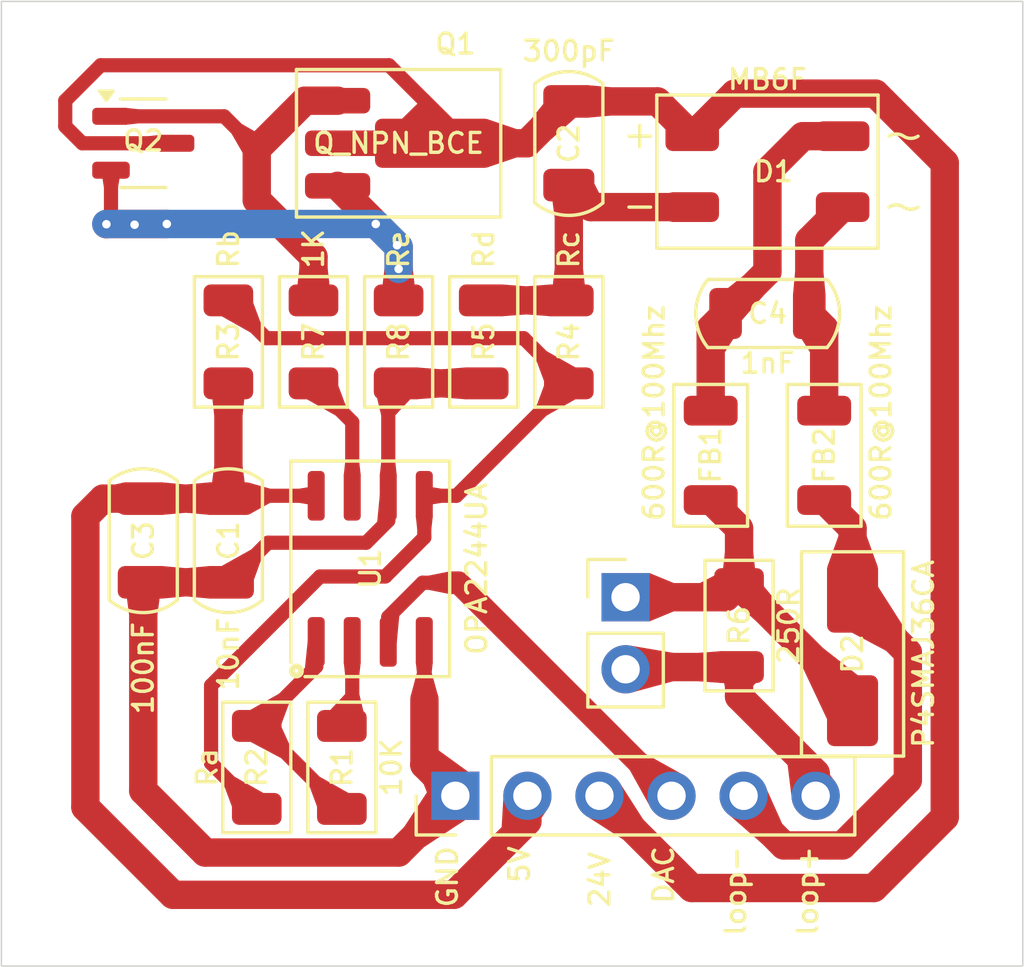
<source format=kicad_pcb>
(kicad_pcb (version 20241229) (generator "pcbnew") (generator_version "9.0")
  (layers (0 "F.Cu" signal) (2 "B.Cu" signal) (13 "F.Paste" user) (15 "B.Paste" user) (5 "F.SilkS" user "F.Silkscreen") (7 "B.SilkS" user "B.Silkscreen") (1 "F.Mask" user) (3 "B.Mask" user) (25 "Edge.Cuts" user))
  (net 0 "")
  (net 1 "+5V")
  (net 2 "GND")
  (net 3 "/loop-")
  (net 4 "/loop+")
  (net 5 "Net-(D1-1)")
  (net 6 "Net-(D1-2)")
  (net 7 "/FLOAT")
  (net 8 "Net-(D2-A)")
  (net 9 "/E")
  (net 10 "Net-(R1-Pad2)")
  (net 11 "Net-(U1A--)")
  (net 12 "Net-(R7-Pad2)")
  (net 13 "Net-(U1B-+)")
  (net 14 "DAC_OUT")
  (net 15 "/B")
  (net 16 "/C")
  (footprint "PCM_Capacitor_SMD_AKL:C_1206_3216Metric" (layer "F.Cu") (at 161 88 -90)
    (property "Reference" "C1" (at 0.007668 0 90) (layer "F.SilkS") (effects (font (size 0.7 0.7) (thickness 0.12))))
    (property "Value" "10nF" (at 4 0 90) (layer "F.SilkS") (effects (font (size 0.7 0.7) (thickness 0.12))))
    (fp_line (start -2.1 1.2) (end 2.1 1.2) (stroke (width 0.12)) (layer "F.SilkS"))
    (fp_line (start 2.1 -1.2) (end -2.1 -1.2) (stroke (width 0.12)) (layer "F.SilkS"))
    (fp_arc (start -2.1 1.2) (mid -2.526625 0) (end -2.1 -1.2) (stroke (width 0.12)) (layer "F.SilkS"))
    (fp_arc (start 2.1 -1.2) (mid 2.541962 0) (end 2.1 1.2) (stroke (width 0.12)) (layer "F.SilkS"))
    (pad "1" smd roundrect (at -1.475 0 270) (size 1.15 1.8) (layers "F.Cu" "F.Mask" "F.Paste") (roundrect_rratio 0.217391) (net 1 "+5V"))
    (pad "2" smd roundrect (at 1.475 0 270) (size 1.15 1.8) (layers "F.Cu" "F.Mask" "F.Paste") (roundrect_rratio 0.217391) (net 2 "GND"))
  )
  (footprint "PCM_Resistor_SMD_AKL:R_1206_3216Metric" (layer "F.Cu") (at 179 91 90)
    (property "Reference" "R6" (at 0 0 90) (layer "F.SilkS") (effects (font (size 0.7 0.7) (thickness 0.12))))
    (property "Value" "250R" (at 0 1.75 90) (layer "F.SilkS") (effects (font (size 0.7 0.7) (thickness 0.12))))
    (fp_line (start 2.3 -1.2) (end -2.3 -1.2) (stroke (width 0.12)) (layer "F.SilkS"))
    (fp_line (start -2.3 -1.2) (end -2.3 1.2) (stroke (width 0.12)) (layer "F.SilkS"))
    (fp_line (start 2.3 1.2) (end 2.3 -1.2) (stroke (width 0.12)) (layer "F.SilkS"))
    (fp_line (start -2.3 1.2) (end 2.3 1.2) (stroke (width 0.12)) (layer "F.SilkS"))
    (pad "1" smd roundrect (at -1.4625 0 90) (size 1.125 1.75) (layers "F.Cu" "F.Mask" "F.Paste") (roundrect_rratio 0.222222) (net 4 "/loop+"))
    (pad "2" smd roundrect (at 1.4625 0 90) (size 1.125 1.75) (layers "F.Cu" "F.Mask" "F.Paste") (roundrect_rratio 0.222222) (net 8 "Net-(D2-A)"))
  )
  (footprint "PCM_Inductor_SMD_AKL:L_1206_3216Metric" (layer "F.Cu") (at 178 85 -90)
    (property "Reference" "FB1" (at 0 0 90) (layer "F.SilkS") (effects (font (size 0.7 0.7) (thickness 0.12))))
    (property "Value" "600R@100Mhz" (at -1.5 2 90) (layer "F.SilkS") (effects (font (size 0.7 0.7) (thickness 0.12))))
    (fp_line (start -2.5 1.3) (end 2.5 1.3) (stroke (width 0.12)) (layer "F.SilkS"))
    (fp_line (start 2.5 1.3) (end 2.5 -1.3) (stroke (width 0.12)) (layer "F.SilkS"))
    (fp_line (start -2.5 -1.3) (end -2.5 1.3) (stroke (width 0.12)) (layer "F.SilkS"))
    (fp_line (start 2.5 -1.3) (end -2.5 -1.3) (stroke (width 0.12)) (layer "F.SilkS"))
    (pad "1" smd roundrect (at -1.575 0 270) (size 1.05 1.9) (layers "F.Cu" "F.Mask" "F.Paste") (roundrect_rratio 0.238095) (net 6 "Net-(D1-2)"))
    (pad "2" smd roundrect (at 1.575 0 270) (size 1.05 1.9) (layers "F.Cu" "F.Mask" "F.Paste") (roundrect_rratio 0.238095) (net 8 "Net-(D2-A)"))
  )
  (footprint "PCM_Resistor_SMD_AKL:R_1206_3216Metric" (layer "F.Cu") (at 173 81 -90)
    (property "Reference" "R4" (at 0 0 90) (layer "F.SilkS") (effects (font (size 0.7 0.7) (thickness 0.12))))
    (property "Value" "Rc" (at -3.25 0 90) (layer "F.SilkS") (effects (font (size 0.7 0.7) (thickness 0.12))))
    (fp_line (start -2.3 1.2) (end 2.3 1.2) (stroke (width 0.12)) (layer "F.SilkS"))
    (fp_line (start 2.3 1.2) (end 2.3 -1.2) (stroke (width 0.12)) (layer "F.SilkS"))
    (fp_line (start -2.3 -1.2) (end -2.3 1.2) (stroke (width 0.12)) (layer "F.SilkS"))
    (fp_line (start 2.3 -1.2) (end -2.3 -1.2) (stroke (width 0.12)) (layer "F.SilkS"))
    (pad "1" smd roundrect (at -1.4625 0 270) (size 1.125 1.75) (layers "F.Cu" "F.Mask" "F.Paste") (roundrect_rratio 0.222222) (net 7 "/FLOAT"))
    (pad "2" smd roundrect (at 1.4625 0 270) (size 1.125 1.75) (layers "F.Cu" "F.Mask" "F.Paste") (roundrect_rratio 0.222222) (net 13 "Net-(U1B-+)"))
  )
  (footprint "PCM_Capacitor_SMD_AKL:C_1206_3216Metric" (layer "F.Cu") (at 180 80)
    (property "Reference" "C4" (at 0.007668 0 0) (layer "F.SilkS") (effects (font (size 0.7 0.7) (thickness 0.12))))
    (property "Value" "1nF" (at 0 1.75 0) (layer "F.SilkS") (effects (font (size 0.7 0.7) (thickness 0.12))))
    (fp_line (start -2.1 1.2) (end 2.1 1.2) (stroke (width 0.12)) (layer "F.SilkS"))
    (fp_line (start 2.1 -1.2) (end -2.1 -1.2) (stroke (width 0.12)) (layer "F.SilkS"))
    (fp_arc (start -2.1 1.2) (mid -2.526625 0) (end -2.1 -1.2) (stroke (width 0.12)) (layer "F.SilkS"))
    (fp_arc (start 2.1 -1.2) (mid 2.541962 0) (end 2.1 1.2) (stroke (width 0.12)) (layer "F.SilkS"))
    (pad "1" smd roundrect (at -1.475 0) (size 1.15 1.8) (layers "F.Cu" "F.Mask" "F.Paste") (roundrect_rratio 0.217391) (net 6 "Net-(D1-2)"))
    (pad "2" smd roundrect (at 1.475 0) (size 1.15 1.8) (layers "F.Cu" "F.Mask" "F.Paste") (roundrect_rratio 0.217391) (net 5 "Net-(D1-1)"))
  )
  (footprint "PCM_Resistor_SMD_AKL:R_1206_3216Metric" (layer "F.Cu") (at 167 81 90)
    (property "Reference" "R8" (at 0 0 90) (layer "F.SilkS") (effects (font (size 0.7 0.7) (thickness 0.12))))
    (property "Value" "Re" (at 3.25 0 90) (layer "F.SilkS") (effects (font (size 0.7 0.7) (thickness 0.12))))
    (fp_line (start 2.3 -1.2) (end -2.3 -1.2) (stroke (width 0.12)) (layer "F.SilkS"))
    (fp_line (start -2.3 -1.2) (end -2.3 1.2) (stroke (width 0.12)) (layer "F.SilkS"))
    (fp_line (start 2.3 1.2) (end 2.3 -1.2) (stroke (width 0.12)) (layer "F.SilkS"))
    (fp_line (start -2.3 1.2) (end 2.3 1.2) (stroke (width 0.12)) (layer "F.SilkS"))
    (pad "1" smd roundrect (at -1.4625 0 90) (size 1.125 1.75) (layers "F.Cu" "F.Mask" "F.Paste") (roundrect_rratio 0.222222) (net 2 "GND"))
    (pad "2" smd roundrect (at 1.4625 0 90) (size 1.125 1.75) (layers "F.Cu" "F.Mask" "F.Paste") (roundrect_rratio 0.222222) (net 9 "/E"))
  )
  (footprint "PCM_Inductor_SMD_AKL:L_1206_3216Metric" (layer "F.Cu") (at 182 85 -90)
    (property "Reference" "FB2" (at 0 0 90) (layer "F.SilkS") (effects (font (size 0.7 0.7) (thickness 0.12))))
    (property "Value" "600R@100Mhz" (at -1.5 -2 90) (layer "F.SilkS") (effects (font (size 0.7 0.7) (thickness 0.12))))
    (fp_line (start -2.5 1.3) (end 2.5 1.3) (stroke (width 0.12)) (layer "F.SilkS"))
    (fp_line (start 2.5 1.3) (end 2.5 -1.3) (stroke (width 0.12)) (layer "F.SilkS"))
    (fp_line (start -2.5 -1.3) (end -2.5 1.3) (stroke (width 0.12)) (layer "F.SilkS"))
    (fp_line (start 2.5 -1.3) (end -2.5 -1.3) (stroke (width 0.12)) (layer "F.SilkS"))
    (pad "1" smd roundrect (at -1.575 0 270) (size 1.05 1.9) (layers "F.Cu" "F.Mask" "F.Paste") (roundrect_rratio 0.238095) (net 5 "Net-(D1-1)"))
    (pad "2" smd roundrect (at 1.575 0 270) (size 1.05 1.9) (layers "F.Cu" "F.Mask" "F.Paste") (roundrect_rratio 0.238095) (net 3 "/loop-"))
  )
  (footprint "PCM_Capacitor_SMD_AKL:C_1206_3216Metric" (layer "F.Cu") (at 158 88 -90)
    (property "Reference" "C3" (at 0.007668 0 90) (layer "F.SilkS") (effects (font (size 0.7 0.7) (thickness 0.12))))
    (property "Value" "100nF" (at 4.5 0 90) (layer "F.SilkS") (effects (font (size 0.7 0.7) (thickness 0.12))))
    (fp_line (start -2.1 1.2) (end 2.1 1.2) (stroke (width 0.12)) (layer "F.SilkS"))
    (fp_line (start 2.1 -1.2) (end -2.1 -1.2) (stroke (width 0.12)) (layer "F.SilkS"))
    (fp_arc (start -2.1 1.2) (mid -2.526625 0) (end -2.1 -1.2) (stroke (width 0.12)) (layer "F.SilkS"))
    (fp_arc (start 2.1 -1.2) (mid 2.541962 0) (end 2.1 1.2) (stroke (width 0.12)) (layer "F.SilkS"))
    (pad "1" smd roundrect (at -1.475 0 270) (size 1.15 1.8) (layers "F.Cu" "F.Mask" "F.Paste") (roundrect_rratio 0.217391) (net 1 "+5V"))
    (pad "2" smd roundrect (at 1.475 0 270) (size 1.15 1.8) (layers "F.Cu" "F.Mask" "F.Paste") (roundrect_rratio 0.217391) (net 2 "GND"))
  )
  (footprint "PCM_Diode_SMD_AKL:Diode_Bridge_MBF" (layer "F.Cu") (at 180 75)
    (property "Reference" "D1" (at 0.2135 0 0) (layer "F.SilkS") (effects (font (size 0.7 0.7) (thickness 0.12))))
    (property "Value" "MB6F" (at 0 -3.25 0) (layer "F.SilkS") (effects (font (size 0.7 0.7) (thickness 0.12))))
    (fp_line (start -4.881 -1.25) (end -4.119 -1.25) (stroke (width 0.12)) (layer "F.SilkS"))
    (fp_line (start -4.881 1.25) (end -4.119 1.25) (stroke (width 0.12)) (layer "F.SilkS"))
    (fp_line (start -4.5 -1.631) (end -4.5 -0.869) (stroke (width 0.12)) (layer "F.SilkS"))
    (fp_line (start -3.9 -2.7) (end -3.9 2.7) (stroke (width 0.12)) (layer "F.SilkS"))
    (fp_line (start -3.9 2.7) (end 3.9 2.7) (stroke (width 0.12)) (layer "F.SilkS"))
    (fp_line (start 3.9 -2.7) (end -3.9 -2.7) (stroke (width 0.12)) (layer "F.SilkS"))
    (fp_line (start 3.9 2.7) (end 3.9 -2.7) (stroke (width 0.12)) (layer "F.SilkS"))
    (fp_arc (start 4.291999 1.250001) (mid 4.545998 1.173096) (end 4.799997 1.250001) (stroke (width 0.12)) (layer "F.SilkS"))
    (fp_arc (start 4.292002 -1.25) (mid 4.546001 -1.326905) (end 4.8 -1.25) (stroke (width 0.12)) (layer "F.SilkS"))
    (fp_arc (start 5.307998 1.25) (mid 5.053999 1.326905) (end 4.8 1.25) (stroke (width 0.12)) (layer "F.SilkS"))
    (fp_arc (start 5.308001 -1.250001) (mid 5.054002 -1.173096) (end 4.800003 -1.250001) (stroke (width 0.12)) (layer "F.SilkS"))
    (pad "1" smd roundrect (at -2.65 -1.25) (size 1.8875 1.05) (layers "F.Cu" "F.Mask" "F.Paste") (roundrect_rratio 0.2380952381) (net 16 "/C"))
    (pad "2" smd roundrect (at -2.65 1.25) (size 1.8875 1.05) (layers "F.Cu" "F.Mask" "F.Paste") (roundrect_rratio 0.2380952381) (net 7 "/FLOAT"))
    (pad "3" smd roundrect (at 2.65 1.25) (size 1.8875 1.05) (layers "F.Cu" "F.Mask" "F.Paste") (roundrect_rratio 0.2380952381) (net 5 "Net-(D1-1)"))
    (pad "4" smd roundrect (at 2.65 -1.25) (size 1.8875 1.05) (layers "F.Cu" "F.Mask" "F.Paste") (roundrect_rratio 0.2380952381) (net 6 "Net-(D1-2)"))
  )
  (footprint "PCM_Package_SO_AKL:SO-8_3.9x4.9mm_P1.27mm" (layer "F.Cu") (at 166 89 90)
    (property "Reference" "U1" (at 0 0 90) (layer "F.SilkS") (effects (font (size 0.7 0.7) (thickness 0.12))))
    (property "Value" "OPA2244UA" (at 0 3.75 90) (layer "F.SilkS") (effects (font (size 0.7 0.7) (thickness 0.12))))
    (fp_line (start 3.8 -2.8) (end -3.3 -2.8) (stroke (width 0.12)) (layer "F.SilkS"))
    (fp_line (start -3.8 -2.3) (end -3.8 2.8) (stroke (width 0.12)) (layer "F.SilkS"))
    (fp_line (start 3.8 2.8) (end 3.8 -2.8) (stroke (width 0.12)) (layer "F.SilkS"))
    (fp_line (start -3.8 2.8) (end 3.8 2.8) (stroke (width 0.12)) (layer "F.SilkS"))
    (fp_circle (center -3.6 -2.6) (end -3.5365 -2.6) (stroke (width 0.2)) (fill no) (layer "F.SilkS"))
    (pad "1" smd roundrect (at -2.575 -1.905 90) (size 1.75 0.6) (layers "F.Cu" "F.Mask" "F.Paste") (net 10 "Net-(R1-Pad2)"))
    (pad "2" smd roundrect (at -2.575 -0.635 90) (size 1.75 0.6) (layers "F.Cu" "F.Mask" "F.Paste") (net 11 "Net-(U1A--)"))
    (pad "3" smd roundrect (at -2.575 0.635 90) (size 1.75 0.6) (layers "F.Cu" "F.Mask" "F.Paste") (net 14 "DAC_OUT"))
    (pad "4" smd roundrect (at -2.575 1.905 90) (size 1.75 0.6) (layers "F.Cu" "F.Mask" "F.Paste") (net 2 "GND"))
    (pad "5" smd roundrect (at 2.575 1.905 90) (size 1.75 0.6) (layers "F.Cu" "F.Mask" "F.Paste") (net 13 "Net-(U1B-+)"))
    (pad "6" smd roundrect (at 2.575 0.635 90) (size 1.75 0.6) (layers "F.Cu" "F.Mask" "F.Paste") (net 2 "GND"))
    (pad "7" smd roundrect (at 2.575 -0.635 90) (size 1.75 0.6) (layers "F.Cu" "F.Mask" "F.Paste") (net 12 "Net-(R7-Pad2)"))
    (pad "8" smd roundrect (at 2.575 -1.905 90) (size 1.75 0.6) (layers "F.Cu" "F.Mask" "F.Paste") (net 1 "+5V"))
  )
  (footprint "Connector_PinHeader_2.54mm:PinHeader_1x02_P2.54mm_Vertical" (layer "F.Cu") (at 175 90)
    (property "Reference" "J1" (hide yes))
    (property "Value" "Conn_01x02" (hide yes))
    (fp_line (start -1.33 -1.33) (end 0 -1.33) (stroke (width 0.12)) (layer "F.SilkS"))
    (fp_line (start -1.33 0) (end -1.33 -1.33) (stroke (width 0.12)) (layer "F.SilkS"))
    (fp_line (start -1.33 1.27) (end -1.33 3.87) (stroke (width 0.12)) (layer "F.SilkS"))
    (fp_line (start -1.33 1.27) (end 1.33 1.27) (stroke (width 0.12)) (layer "F.SilkS"))
    (fp_line (start -1.33 3.87) (end 1.33 3.87) (stroke (width 0.12)) (layer "F.SilkS"))
    (fp_line (start 1.33 1.27) (end 1.33 3.87) (stroke (width 0.12)) (layer "F.SilkS"))
    (pad "1" thru_hole rect (at 0 0) (size 1.7 1.7) (drill 1) (layers "*.Cu" "*.Mask") (net 8 "Net-(D2-A)"))
    (pad "2" thru_hole oval (at 0 2.54) (size 1.7 1.7) (drill 1) (layers "*.Cu" "*.Mask") (net 4 "/loop+"))
  )
  (footprint "PCM_Diode_SMD_AKL:D_SMA_TVS" (layer "F.Cu") (at 183 92 -90)
    (property "Reference" "D2" (at 0 0 90) (layer "F.SilkS") (effects (font (size 0.7 0.7) (thickness 0.12))))
    (property "Value" "P4SMAJ36CA" (at 0 -2.5 90) (layer "F.SilkS") (effects (font (size 0.7 0.7) (thickness 0.12))))
    (fp_line (start -3.6 1.8) (end 3.6 1.8) (stroke (width 0.12)) (layer "F.SilkS"))
    (fp_line (start 3.6 1.8) (end 3.6 -1.8) (stroke (width 0.12)) (layer "F.SilkS"))
    (fp_line (start -3.6 -1.8) (end -3.6 1.8) (stroke (width 0.12)) (layer "F.SilkS"))
    (fp_line (start 3.6 -1.8) (end -3.6 -1.8) (stroke (width 0.12)) (layer "F.SilkS"))
    (pad "1" smd roundrect (at -2 0 270) (size 2.5 1.8) (layers "F.Cu" "F.Mask" "F.Paste") (roundrect_rratio 0.1388888889) (net 3 "/loop-"))
    (pad "2" smd roundrect (at 2 0 270) (size 2.5 1.8) (layers "F.Cu" "F.Mask" "F.Paste") (roundrect_rratio 0.1388888889) (net 8 "Net-(D2-A)"))
  )
  (footprint "PCM_Resistor_SMD_AKL:R_1206_3216Metric" (layer "F.Cu") (at 162 96 -90)
    (property "Reference" "R2" (at 0 0 90) (layer "F.SilkS") (effects (font (size 0.7 0.7) (thickness 0.12))))
    (property "Value" "Ra" (at 0 1.75 90) (layer "F.SilkS") (effects (font (size 0.7 0.7) (thickness 0.12))))
    (fp_line (start -2.3 1.2) (end 2.3 1.2) (stroke (width 0.12)) (layer "F.SilkS"))
    (fp_line (start 2.3 1.2) (end 2.3 -1.2) (stroke (width 0.12)) (layer "F.SilkS"))
    (fp_line (start -2.3 -1.2) (end -2.3 1.2) (stroke (width 0.12)) (layer "F.SilkS"))
    (fp_line (start 2.3 -1.2) (end -2.3 -1.2) (stroke (width 0.12)) (layer "F.SilkS"))
    (pad "1" smd roundrect (at -1.4625 0 270) (size 1.125 1.75) (layers "F.Cu" "F.Mask" "F.Paste") (roundrect_rratio 0.222222) (net 10 "Net-(R1-Pad2)"))
    (pad "2" smd roundrect (at 1.4625 0 270) (size 1.125 1.75) (layers "F.Cu" "F.Mask" "F.Paste") (roundrect_rratio 0.222222) (net 13 "Net-(U1B-+)"))
  )
  (footprint "PCM_Resistor_SMD_AKL:R_1206_3216Metric" (layer "F.Cu") (at 165 96 -90)
    (property "Reference" "R1" (at 0 0 90) (layer "F.SilkS") (effects (font (size 0.7 0.7) (thickness 0.12))))
    (property "Value" "10K" (at 0 -1.75 90) (layer "F.SilkS") (effects (font (size 0.7 0.7) (thickness 0.12))))
    (fp_line (start -2.3 1.2) (end 2.3 1.2) (stroke (width 0.12)) (layer "F.SilkS"))
    (fp_line (start 2.3 1.2) (end 2.3 -1.2) (stroke (width 0.12)) (layer "F.SilkS"))
    (fp_line (start -2.3 -1.2) (end -2.3 1.2) (stroke (width 0.12)) (layer "F.SilkS"))
    (fp_line (start 2.3 -1.2) (end -2.3 -1.2) (stroke (width 0.12)) (layer "F.SilkS"))
    (pad "1" smd roundrect (at -1.4625 0 270) (size 1.125 1.75) (layers "F.Cu" "F.Mask" "F.Paste") (roundrect_rratio 0.222222) (net 11 "Net-(U1A--)"))
    (pad "2" smd roundrect (at 1.4625 0 270) (size 1.125 1.75) (layers "F.Cu" "F.Mask" "F.Paste") (roundrect_rratio 0.222222) (net 10 "Net-(R1-Pad2)"))
  )
  (footprint "PCM_Resistor_SMD_AKL:R_1206_3216Metric" (layer "F.Cu") (at 164 81 -90)
    (property "Reference" "R7" (at 0 0 90) (layer "F.SilkS") (effects (font (size 0.7 0.7) (thickness 0.12))))
    (property "Value" "1K" (at -3.283333 0 90) (layer "F.SilkS") (effects (font (size 0.7 0.7) (thickness 0.12))))
    (fp_line (start -2.3 1.2) (end 2.3 1.2) (stroke (width 0.12)) (layer "F.SilkS"))
    (fp_line (start 2.3 1.2) (end 2.3 -1.2) (stroke (width 0.12)) (layer "F.SilkS"))
    (fp_line (start -2.3 -1.2) (end -2.3 1.2) (stroke (width 0.12)) (layer "F.SilkS"))
    (fp_line (start 2.3 -1.2) (end -2.3 -1.2) (stroke (width 0.12)) (layer "F.SilkS"))
    (pad "1" smd roundrect (at -1.4625 0 270) (size 1.125 1.75) (layers "F.Cu" "F.Mask" "F.Paste") (roundrect_rratio 0.222222) (net 15 "/B"))
    (pad "2" smd roundrect (at 1.4625 0 270) (size 1.125 1.75) (layers "F.Cu" "F.Mask" "F.Paste") (roundrect_rratio 0.222222) (net 12 "Net-(R7-Pad2)"))
  )
  (footprint "PCM_Resistor_SMD_AKL:R_1206_3216Metric" (layer "F.Cu") (at 161 81 -90)
    (property "Reference" "R3" (at 0 0 90) (layer "F.SilkS") (effects (font (size 0.7 0.7) (thickness 0.12))))
    (property "Value" "Rb" (at -3.266666 0 90) (layer "F.SilkS") (effects (font (size 0.7 0.7) (thickness 0.12))))
    (fp_line (start -2.3 1.2) (end 2.3 1.2) (stroke (width 0.12)) (layer "F.SilkS"))
    (fp_line (start 2.3 1.2) (end 2.3 -1.2) (stroke (width 0.12)) (layer "F.SilkS"))
    (fp_line (start -2.3 -1.2) (end -2.3 1.2) (stroke (width 0.12)) (layer "F.SilkS"))
    (fp_line (start 2.3 -1.2) (end -2.3 -1.2) (stroke (width 0.12)) (layer "F.SilkS"))
    (pad "1" smd roundrect (at -1.4625 0 270) (size 1.125 1.75) (layers "F.Cu" "F.Mask" "F.Paste") (roundrect_rratio 0.222222) (net 13 "Net-(U1B-+)"))
    (pad "2" smd roundrect (at 1.4625 0 270) (size 1.125 1.75) (layers "F.Cu" "F.Mask" "F.Paste") (roundrect_rratio 0.222222) (net 1 "+5V"))
  )
  (footprint "Connector_PinHeader_2.54mm:PinHeader_1x06_P2.54mm_Vertical" (layer "F.Cu") (at 169 97 90)
    (property "Reference" "J3" (hide yes))
    (property "Value" "Conn_01x06" (hide yes))
    (fp_line (start -1.38 -1.38) (end 0 -1.38) (stroke (width 0.12)) (layer "F.SilkS"))
    (fp_line (start -1.38 0) (end -1.38 -1.38) (stroke (width 0.12)) (layer "F.SilkS"))
    (fp_line (start 1.38 1.27) (end 1.38 14.08) (stroke (width 0.12)) (layer "F.SilkS"))
    (fp_line (start -1.38 1.27) (end 1.38 1.27) (stroke (width 0.12)) (layer "F.SilkS"))
    (fp_line (start -1.38 1.27) (end -1.38 14.08) (stroke (width 0.12)) (layer "F.SilkS"))
    (fp_line (start -1.38 14.08) (end 1.38 14.08) (stroke (width 0.12)) (layer "F.SilkS"))
    (pad "1" thru_hole rect (at 0 0 90) (size 1.7 1.7) (drill 1) (layers "*.Cu" "*.Mask") (net 2 "GND"))
    (pad "2" thru_hole circle (at 0 2.54 90) (size 1.7 1.7) (drill 1) (layers "*.Cu" "*.Mask") (net 1 "+5V"))
    (pad "3" thru_hole circle (at 0 5.08 90) (size 1.7 1.7) (drill 1) (layers "*.Cu" "*.Mask") (net 16 "/C"))
    (pad "4" thru_hole circle (at 0 7.62 90) (size 1.7 1.7) (drill 1) (layers "*.Cu" "*.Mask") (net 14 "DAC_OUT"))
    (pad "5" thru_hole circle (at 0 10.16 90) (size 1.7 1.7) (drill 1) (layers "*.Cu" "*.Mask") (net 3 "/loop-"))
    (pad "6" thru_hole circle (at 0 12.7 90) (size 1.7 1.7) (drill 1) (layers "*.Cu" "*.Mask") (net 4 "/loop+"))
  )
  (footprint "PCM_Package_TO_SOT_SMD_AKL:SOT-89-3_BigPads" (layer "F.Cu") (at 167 74)
    (property "Reference" "Q1" (at 2 -3.5 0) (layer "F.SilkS") (effects (font (size 0.7 0.7) (thickness 0.12))))
    (property "Value" "Q_NPN_BCE" (at 0 0 0) (layer "F.SilkS") (effects (font (size 0.7 0.7) (thickness 0.12))))
    (fp_line (start -3.6 -2.6) (end -3.6 2.6) (stroke (width 0.12)) (layer "F.SilkS"))
    (fp_line (start -3.6 2.6) (end 3.6 2.6) (stroke (width 0.12)) (layer "F.SilkS"))
    (fp_line (start 3.6 -2.6) (end -3.6 -2.6) (stroke (width 0.12)) (layer "F.SilkS"))
    (fp_line (start 3.6 2.6) (end 3.6 -2.6) (stroke (width 0.12)) (layer "F.SilkS"))
    (pad "1" smd roundrect (at -2.15 -1.5) (size 2.3 0.9) (layers "F.Cu" "F.Mask" "F.Paste") (net 15 "/B"))
    (pad "2" smd roundrect (at -1.95 0) (size 2.7 0.9) (layers "F.Cu" "F.Mask" "F.Paste") (net 16 "/C"))
    (pad "2" smd roundrect (at 1.23 0) (size 4.125 1.733) (layers "F.Cu" "F.Mask" "F.Paste") (roundrect_rratio 0.1442585113) (net 16 "/C"))
    (pad "3" smd roundrect (at -2.15 1.5) (size 2.3 0.9) (layers "F.Cu" "F.Mask" "F.Paste") (net 9 "/E"))
  )
  (footprint "PCM_Resistor_SMD_AKL:R_1206_3216Metric" (layer "F.Cu") (at 170 81 -90)
    (property "Reference" "R5" (at 0 0 90) (layer "F.SilkS") (effects (font (size 0.7 0.7) (thickness 0.12))))
    (property "Value" "Rd" (at -3.266666 0 90) (layer "F.SilkS") (effects (font (size 0.7 0.7) (thickness 0.12))))
    (fp_line (start -2.3 1.2) (end 2.3 1.2) (stroke (width 0.12)) (layer "F.SilkS"))
    (fp_line (start 2.3 1.2) (end 2.3 -1.2) (stroke (width 0.12)) (layer "F.SilkS"))
    (fp_line (start -2.3 -1.2) (end -2.3 1.2) (stroke (width 0.12)) (layer "F.SilkS"))
    (fp_line (start 2.3 -1.2) (end -2.3 -1.2) (stroke (width 0.12)) (layer "F.SilkS"))
    (pad "1" smd roundrect (at -1.4625 0 270) (size 1.125 1.75) (layers "F.Cu" "F.Mask" "F.Paste") (roundrect_rratio 0.222222) (net 7 "/FLOAT"))
    (pad "2" smd roundrect (at 1.4625 0 270) (size 1.125 1.75) (layers "F.Cu" "F.Mask" "F.Paste") (roundrect_rratio 0.222222) (net 2 "GND"))
  )
  (footprint "Package_TO_SOT_SMD:SOT-23-3" (layer "F.Cu") (at 158 74)
    (property "Reference" "Q2" (at 0 -0.0875 0) (layer "F.SilkS") (effects (font (size 0.7 0.7) (thickness 0.12))))
    (property "Value" "Q_NPN_Generic_BEC" (hide yes))
    (fp_line (start 0 -1.56) (end -0.8 -1.56) (stroke (width 0.12)) (layer "F.SilkS"))
    (fp_line (start 0 -1.56) (end 0.8 -1.56) (stroke (width 0.12)) (layer "F.SilkS"))
    (fp_line (start 0 1.56) (end -0.8 1.56) (stroke (width 0.12)) (layer "F.SilkS"))
    (fp_line (start 0 1.56) (end 0.8 1.56) (stroke (width 0.12)) (layer "F.SilkS"))
    (fp_poly (pts (xy -1.3 -1.51) (xy -1.54 -1.84) (xy -1.06 -1.84) (xy -1.3 -1.51)) (stroke (width 0.12)) (fill yes) (layer "F.SilkS"))
    (pad "1" smd roundrect (at -1.1375 -0.95) (size 1.325 0.6) (layers "F.Cu" "F.Mask" "F.Paste") (net 15 "/B"))
    (pad "2" smd roundrect (at -1.1375 0.95) (size 1.325 0.6) (layers "F.Cu" "F.Mask" "F.Paste") (net 9 "/E"))
    (pad "3" smd roundrect (at 1.1375 0) (size 1.325 0.6) (layers "F.Cu" "F.Mask" "F.Paste") (net 16 "/C"))
  )
  (footprint "PCM_Capacitor_SMD_AKL:C_1206_3216Metric" (layer "F.Cu") (at 173 74 -90)
    (property "Reference" "C2" (at 0.007668 0 90) (layer "F.SilkS") (effects (font (size 0.7 0.7) (thickness 0.12))))
    (property "Value" "300pF" (at -3.25 0 180) (layer "F.SilkS") (effects (font (size 0.7 0.7) (thickness 0.12))))
    (fp_line (start -2.1 1.2) (end 2.1 1.2) (stroke (width 0.12)) (layer "F.SilkS"))
    (fp_line (start 2.1 -1.2) (end -2.1 -1.2) (stroke (width 0.12)) (layer "F.SilkS"))
    (fp_arc (start -2.1 1.2) (mid -2.526625 0) (end -2.1 -1.2) (stroke (width 0.12)) (layer "F.SilkS"))
    (fp_arc (start 2.1 -1.2) (mid 2.541962 0) (end 2.1 1.2) (stroke (width 0.12)) (layer "F.SilkS"))
    (pad "1" smd roundrect (at -1.475 0 270) (size 1.15 1.8) (layers "F.Cu" "F.Mask" "F.Paste") (roundrect_rratio 0.217391) (net 16 "/C"))
    (pad "2" smd roundrect (at 1.475 0 270) (size 1.15 1.8) (layers "F.Cu" "F.Mask" "F.Paste") (roundrect_rratio 0.217391) (net 7 "/FLOAT"))
  )
  (gr_rect (start 153 69) (end 189 103) (stroke (width 0.05)) (fill no) (layer "Edge.Cuts"))
  (gr_text "GND\n" (at 169.13 101 90) (layer "F.SilkS") (effects (font (size 0.7 0.7) (thickness 0.12) (bold yes)) (justify left bottom)))
  (gr_text "loop+\n" (at 181.83 102 90) (layer "F.SilkS") (effects (font (size 0.7 0.7) (thickness 0.12) (bold yes)) (justify left bottom)))
  (gr_text "DAC" (at 176.75 100.866667 90) (layer "F.SilkS") (effects (font (size 0.7 0.7) (thickness 0.12) (bold yes)) (justify left bottom)))
  (gr_text "5V" (at 171.67 100.133334 90) (layer "F.SilkS") (effects (font (size 0.7 0.7) (thickness 0.12) (bold yes)) (justify left bottom)))
  (gr_text "24V" (at 174.5 101 90) (layer "F.SilkS") (effects (font (size 0.7 0.7) (thickness 0.12) (bold yes)) (justify left bottom)))
  (gr_text "loop-" (at 179.29 102 90) (layer "F.SilkS") (effects (font (size 0.7 0.7) (thickness 0.12) (bold yes)) (justify left bottom)))
  (segment (start 171.54 97.9) (end 171.54 97) (width 1) (layer "F.Cu") (net 1))
  (segment (start 168.95 100.49) (end 171.54 97.9) (width 1) (layer "F.Cu") (net 1))
  (segment (start 155.96 97.4) (end 159.05 100.49) (width 1) (layer "F.Cu") (net 1))
  (segment (start 164.095 86.425) (end 161.1 86.425) (width 0.5) (layer "F.Cu") (net 1))
  (segment (start 155.96 87.15) (end 155.96 97.4) (width 1) (layer "F.Cu") (net 1))
  (segment (start 161.1 86.425) (end 161 86.525) (width 0.5) (layer "F.Cu") (net 1))
  (segment (start 161 82.4625) (end 161 86.525) (width 1) (layer "F.Cu") (net 1))
  (segment (start 158 86.525) (end 156.585 86.525) (width 1) (layer "F.Cu") (net 1))
  (segment (start 159.05 100.49) (end 168.95 100.49) (width 1) (layer "F.Cu") (net 1))
  (segment (start 158 86.525) (end 161 86.525) (width 1) (layer "F.Cu") (net 1))
  (segment (start 156.585 86.525) (end 155.96 87.15) (width 1) (layer "F.Cu") (net 1))
  (segment (start 167.905 95.905) (end 167.91 95.9) (width 1) (layer "F.Cu") (net 2))
  (segment (start 166.635 87.299999) (end 165.854999 88.08) (width 0.5) (layer "F.Cu") (net 2))
  (segment (start 166.635 86.425) (end 166.635 82.8275) (width 0.5) (layer "F.Cu") (net 2))
  (segment (start 160.18 99) (end 158 96.82) (width 1) (layer "F.Cu") (net 2))
  (segment (start 158 89.475) (end 161 89.475) (width 1) (layer "F.Cu") (net 2))
  (segment (start 169 97) (end 167 99) (width 1) (layer "F.Cu") (net 2))
  (segment (start 165.854999 88.08) (end 162.395 88.08) (width 0.5) (layer "F.Cu") (net 2))
  (segment (start 167.91 95.9) (end 167.91 93.61) (width 1) (layer "F.Cu") (net 2))
  (segment (start 158 96.82) (end 158 89.475) (width 1) (layer "F.Cu") (net 2))
  (segment (start 166.635 82.8275) (end 167 82.4625) (width 0.5) (layer "F.Cu") (net 2))
  (segment (start 170 82.4625) (end 167 82.4625) (width 1) (layer "F.Cu") (net 2))
  (segment (start 167.91 93.61) (end 167.905 93.605) (width 0.5) (layer "F.Cu") (net 2))
  (segment (start 169 97) (end 167.905 95.905) (width 1) (layer "F.Cu") (net 2))
  (segment (start 167 99) (end 160.18 99) (width 1) (layer "F.Cu") (net 2))
  (segment (start 166.635 86.425) (end 166.635 87.299999) (width 0.5) (layer "F.Cu") (net 2))
  (segment (start 162.395 88.08) (end 161 89.475) (width 0.5) (layer "F.Cu") (net 2))
  (segment (start 167.905 93.605) (end 167.905 91.575) (width 0.5) (layer "F.Cu") (net 2))
  (segment (start 183 90) (end 184.949 91.949) (width 1) (layer "F.Cu") (net 3))
  (segment (start 180.58 98.75) (end 179.16 97.33) (width 1) (layer "F.Cu") (net 3))
  (segment (start 183 87.575) (end 182 86.575) (width 1) (layer "F.Cu") (net 3))
  (segment (start 183 90) (end 183 87.575) (width 1) (layer "F.Cu") (net 3))
  (segment (start 179.16 97.33) (end 179.16 97) (width 1) (layer "F.Cu") (net 3))
  (segment (start 184.949 96.443434) (end 182.642434 98.75) (width 1) (layer "F.Cu") (net 3))
  (segment (start 182.642434 98.75) (end 180.58 98.75) (width 1) (layer "F.Cu") (net 3))
  (segment (start 184.949 91.949) (end 184.949 96.443434) (width 1) (layer "F.Cu") (net 3))
  (segment (start 179 92.4625) (end 175.0775 92.4625) (width 1) (layer "F.Cu") (net 4))
  (segment (start 179 93.5) (end 181.7 96.2) (width 1) (layer "F.Cu") (net 4))
  (segment (start 179 92.4625) (end 179 93.5) (width 1) (layer "F.Cu") (net 4))
  (segment (start 175.0775 92.4625) (end 175 92.54) (width 1) (layer "F.Cu") (net 4))
  (segment (start 181.7 96.2) (end 181.7 97) (width 1) (layer "F.Cu") (net 4))
  (segment (start 181.475 77.425) (end 182.65 76.25) (width 1) (layer "F.Cu") (net 5))
  (segment (start 182 83.425) (end 182 80.525) (width 1) (layer "F.Cu") (net 5))
  (segment (start 181.475 80) (end 181.475 77.425) (width 1) (layer "F.Cu") (net 5))
  (segment (start 182 80.525) (end 181.475 80) (width 1) (layer "F.Cu") (net 5))
  (segment (start 180 75) (end 181.25 73.75) (width 1) (layer "F.Cu") (net 6))
  (segment (start 181.25 73.75) (end 182.65 73.75) (width 1) (layer "F.Cu") (net 6))
  (segment (start 180 78.525) (end 180 75) (width 1) (layer "F.Cu") (net 6))
  (segment (start 178.525 80) (end 180 78.525) (width 1) (layer "F.Cu") (net 6))
  (segment (start 178 83.425) (end 178 80.525) (width 1) (layer "F.Cu") (net 6))
  (segment (start 178 80.525) (end 178.525 80) (width 1) (layer "F.Cu") (net 6))
  (segment (start 170 79.5375) (end 173 79.5375) (width 1) (layer "F.Cu") (net 7))
  (segment (start 177.35 76.25) (end 173.775 76.25) (width 1) (layer "F.Cu") (net 7))
  (segment (start 173 75.475) (end 173 79.5375) (width 1) (layer "F.Cu") (net 7))
  (segment (start 173.775 76.25) (end 173 75.475) (width 1) (layer "F.Cu") (net 7))
  (segment (start 183 93.5375) (end 179 89.5375) (width 1) (layer "F.Cu") (net 8))
  (segment (start 178.5375 90) (end 179 89.5375) (width 1) (layer "F.Cu") (net 8))
  (segment (start 183 94) (end 183 93.5375) (width 1) (layer "F.Cu") (net 8))
  (segment (start 179 89.5375) (end 179 87.575) (width 1) (layer "F.Cu") (net 8))
  (segment (start 179 87.575) (end 178 86.575) (width 1) (layer "F.Cu") (net 8))
  (segment (start 175 90) (end 178.5375 90) (width 1) (layer "F.Cu") (net 8))
  (segment (start 158.83 76.845) (end 156.709145 76.845) (width 1) (layer "F.Cu") (net 9))
  (segment (start 156.8625 74.95) (end 156.8625 76.691645) (width 0.5) (layer "F.Cu") (net 9))
  (segment (start 156.709145 76.845) (end 156.700847 76.853298) (width 1) (layer "F.Cu") (net 9))
  (segment (start 167 78.43) (end 167 77.65) (width 1) (layer "F.Cu") (net 9))
  (segment (start 156.8625 76.691645) (end 156.700847 76.853298) (width 0.5) (layer "F.Cu") (net 9))
  (segment (start 166.945 77.595) (end 166.195 76.845) (width 1) (layer "F.Cu") (net 9))
  (segment (start 166.195 76.845) (end 164.85 75.5) (width 1) (layer "F.Cu") (net 9))
  (segment (start 167 79.5375) (end 167 78.43) (width 1) (layer "F.Cu") (net 9))
  (segment (start 167 77.65) (end 166.945 77.595) (width 1) (layer "F.Cu") (net 9))
  (via (at 156.700847 76.853298) (size 0.5) (drill 0.3) (layers "F.Cu" "B.Cu") (net 9))
  (via (at 167 78.43) (size 0.5) (drill 0.3) (layers "F.Cu" "B.Cu") (net 9))
  (via (at 166.945 77.595) (size 0.5) (drill 0.3) (layers "F.Cu" "B.Cu") (net 9))
  (via (at 157.693937 76.870927) (size 0.5) (drill 0.3) (layers "F.Cu" "B.Cu") (net 9))
  (via (at 158.83 76.845) (size 0.5) (drill 0.3) (layers "F.Cu" "B.Cu") (net 9))
  (via (at 166.195 76.845) (size 0.5) (drill 0.3) (layers "F.Cu" "B.Cu") (net 9))
  (segment (start 167 77.65) (end 166.195 76.845) (width 1) (layer "B.Cu") (net 9))
  (segment (start 166.195 76.845) (end 158.83 76.845) (width 1) (layer "B.Cu") (net 9))
  (segment (start 167 78.43) (end 167 77.65) (width 1) (layer "B.Cu") (net 9))
  (segment (start 158.83 76.845) (end 156.695 76.845) (width 1) (layer "B.Cu") (net 9))
  (segment (start 164.095 91.575) (end 164.095 92.4425) (width 0.5) (layer "F.Cu") (net 10))
  (segment (start 164.095 92.4425) (end 162 94.5375) (width 0.5) (layer "F.Cu") (net 10))
  (segment (start 162.075 94.5375) (end 165 97.4625) (width 0.5) (layer "F.Cu") (net 10))
  (segment (start 162 94.5375) (end 162.075 94.5375) (width 0.5) (layer "F.Cu") (net 10))
  (segment (start 165.365 91.575) (end 165.365 94.1725) (width 0.5) (layer "F.Cu") (net 11))
  (segment (start 165.365 94.1725) (end 165 94.5375) (width 0.5) (layer "F.Cu") (net 11))
  (segment (start 165.365 83.8275) (end 165.365 86.425) (width 0.5) (layer "F.Cu") (net 12))
  (segment (start 164 82.4625) (end 165.365 83.8275) (width 0.5) (layer "F.Cu") (net 12))
  (segment (start 160.39 95.8525) (end 160.39 93.11) (width 0.5) (layer "F.Cu") (net 13))
  (segment (start 167.905 86.425) (end 169.0375 86.425) (width 0.5) (layer "F.Cu") (net 13))
  (segment (start 160.39 93.11) (end 164.23 89.27) (width 0.5) (layer "F.Cu") (net 13))
  (segment (start 171.4075 80.87) (end 162.3325 80.87) (width 0.5) (layer "F.Cu") (net 13))
  (segment (start 173 82.4625) (end 171.4075 80.87) (width 0.5) (layer "F.Cu") (net 13))
  (segment (start 167.905 87.895) (end 167.905 86.425) (width 0.5) (layer "F.Cu") (net 13))
  (segment (start 169.0375 86.425) (end 173 82.4625) (width 0.5) (layer "F.Cu") (net 13))
  (segment (start 166.53 89.27) (end 167.905 87.895) (width 0.5) (layer "F.Cu") (net 13))
  (segment (start 162.3325 80.87) (end 161 79.5375) (width 0.5) (layer "F.Cu") (net 13))
  (segment (start 162 97.4625) (end 160.39 95.8525) (width 0.5) (layer "F.Cu") (net 13))
  (segment (start 164.23 89.27) (end 166.53 89.27) (width 0.5) (layer "F.Cu") (net 13))
  (segment (start 166.635 91.575) (end 166.635 90.700001) (width 0.5) (layer "F.Cu") (net 14))
  (segment (start 167.845001 89.49) (end 168.84 89.49) (width 0.5) (layer "F.Cu") (net 14))
  (segment (start 176.62 97) (end 169.11 89.49) (width 0.8) (layer "F.Cu") (net 14))
  (segment (start 169.11 89.49) (end 168.84 89.49) (width 0.8) (layer "F.Cu") (net 14))
  (segment (start 166.635 90.700001) (end 167.845001 89.49) (width 0.5) (layer "F.Cu") (net 14))
  (segment (start 156.8625 73.05) (end 160.85 73.05) (width 0.5) (layer "F.Cu") (net 15))
  (segment (start 162 74.2) (end 162 76) (width 1) (layer "F.Cu") (net 15))
  (segment (start 160.85 73.05) (end 162 74.2) (width 0.5) (layer "F.Cu") (net 15))
  (segment (start 162 76) (end 164 78) (width 1) (layer "F.Cu") (net 15))
  (segment (start 164 78) (end 164 79.5375) (width 1) (layer "F.Cu") (net 15))
  (segment (start 163.7 72.5) (end 162 74.2) (width 1) (layer "F.Cu") (net 15))
  (segment (start 164.85 72.5) (end 163.7 72.5) (width 1) (layer "F.Cu") (net 15))
  (segment (start 168.23 74) (end 171.525 74) (width 1) (layer "F.Cu") (net 16))
  (segment (start 168.23 74) (end 168.23 72.82) (width 0.5) (layer "F.Cu") (net 16))
  (segment (start 166.66 71.25) (end 156.5 71.25) (width 0.5) (layer "F.Cu") (net 16))
  (segment (start 155.25 73.4) (end 155.85 74) (width 0.5) (layer "F.Cu") (net 16))
  (segment (start 178.85 72.25) (end 183.806008 72.25) (width 1) (layer "F.Cu") (net 16))
  (segment (start 176.125 72.525) (end 177.35 73.75) (width 1) (layer "F.Cu") (net 16))
  (segment (start 173 72.525) (end 176.125 72.525) (width 1) (layer "F.Cu") (net 16))
  (segment (start 155.25 72.5) (end 155.25 73.4) (width 0.5) (layer "F.Cu") (net 16))
  (segment (start 183.75 100.25) (end 177.33 100.25) (width 1) (layer "F.Cu") (net 16))
  (segment (start 186.25 97.75) (end 183.75 100.25) (width 1) (layer "F.Cu") (net 16))
  (segment (start 183.806008 72.25) (end 186.25 74.693992) (width 1) (layer "F.Cu") (net 16))
  (segment (start 156.5 71.25) (end 155.25 72.5) (width 0.5) (layer "F.Cu") (net 16))
  (segment (start 186.25 74.693992) (end 186.25 97.75) (width 1) (layer "F.Cu") (net 16))
  (segment (start 168.23 72.82) (end 166.66 71.25) (width 0.5) (layer "F.Cu") (net 16))
  (segment (start 171.525 74) (end 173 72.525) (width 1) (layer "F.Cu") (net 16))
  (segment (start 155.85 74) (end 159.1375 74) (width 0.5) (layer "F.Cu") (net 16))
  (segment (start 177.35 73.75) (end 178.85 72.25) (width 1) (layer "F.Cu") (net 16))
  (segment (start 177.33 100.25) (end 174.08 97) (width 1) (layer "F.Cu") (net 16))
)
</source>
